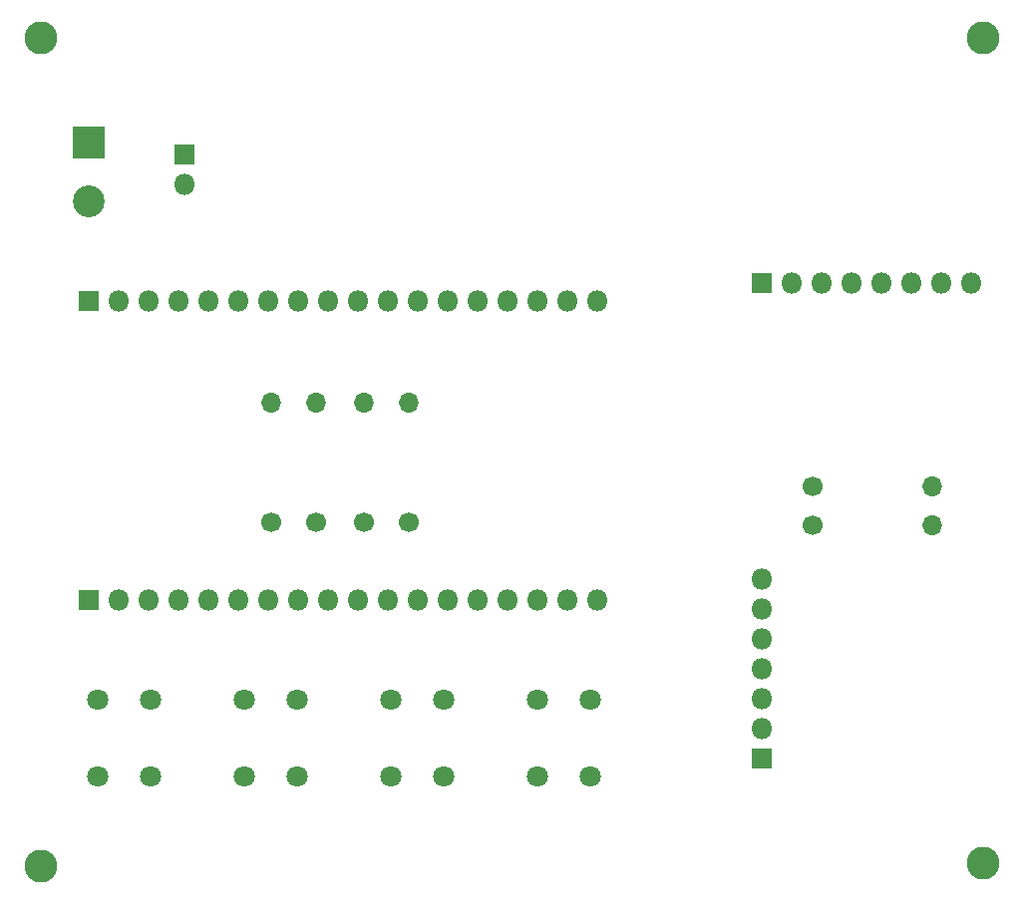
<source format=gbr>
%TF.GenerationSoftware,KiCad,Pcbnew,5.1.6-c6e7f7d~87~ubuntu18.04.1*%
%TF.CreationDate,2020-11-18T13:25:47-05:00*%
%TF.ProjectId,remote,72656d6f-7465-42e6-9b69-6361645f7063,rev?*%
%TF.SameCoordinates,Original*%
%TF.FileFunction,Soldermask,Top*%
%TF.FilePolarity,Negative*%
%FSLAX46Y46*%
G04 Gerber Fmt 4.6, Leading zero omitted, Abs format (unit mm)*
G04 Created by KiCad (PCBNEW 5.1.6-c6e7f7d~87~ubuntu18.04.1) date 2020-11-18 13:25:47*
%MOMM*%
%LPD*%
G01*
G04 APERTURE LIST*
%ADD10C,2.700000*%
%ADD11R,2.700000X2.700000*%
%ADD12C,1.700000*%
%ADD13O,1.700000X1.700000*%
%ADD14O,1.800000X1.800000*%
%ADD15R,1.800000X1.800000*%
%ADD16C,1.800000*%
%ADD17C,2.800000*%
G04 APERTURE END LIST*
D10*
%TO.C,J8*%
X76708000Y-77136000D03*
D11*
X76708000Y-72136000D03*
%TD*%
D12*
%TO.C,RS1*%
X96012000Y-104394000D03*
D13*
X96012000Y-94234000D03*
%TD*%
D14*
%TO.C,J2*%
X119888000Y-85598000D03*
X117348000Y-85598000D03*
X114808000Y-85598000D03*
X112268000Y-85598000D03*
X109728000Y-85598000D03*
X107188000Y-85598000D03*
X104648000Y-85598000D03*
X102108000Y-85598000D03*
X99568000Y-85598000D03*
X97028000Y-85598000D03*
X94488000Y-85598000D03*
X91948000Y-85598000D03*
X89408000Y-85598000D03*
X86868000Y-85598000D03*
X84328000Y-85598000D03*
X81788000Y-85598000D03*
X79248000Y-85598000D03*
D15*
X76708000Y-85598000D03*
%TD*%
D14*
%TO.C,J1*%
X119888000Y-110998000D03*
X117348000Y-110998000D03*
X114808000Y-110998000D03*
X112268000Y-110998000D03*
X109728000Y-110998000D03*
X107188000Y-110998000D03*
X104648000Y-110998000D03*
X102108000Y-110998000D03*
X99568000Y-110998000D03*
X97028000Y-110998000D03*
X94488000Y-110998000D03*
X91948000Y-110998000D03*
X89408000Y-110998000D03*
X86868000Y-110998000D03*
X84328000Y-110998000D03*
X81788000Y-110998000D03*
X79248000Y-110998000D03*
D15*
X76708000Y-110998000D03*
%TD*%
D12*
%TO.C,RS3*%
X103886000Y-104394000D03*
D13*
X103886000Y-94234000D03*
%TD*%
D14*
%TO.C,J5*%
X84836000Y-75692000D03*
D15*
X84836000Y-73152000D03*
%TD*%
D16*
%TO.C,SW0*%
X81970000Y-119484000D03*
X81970000Y-125984000D03*
X77470000Y-119484000D03*
X77470000Y-125984000D03*
%TD*%
%TO.C,SW1*%
X94416000Y-119484000D03*
X94416000Y-125984000D03*
X89916000Y-119484000D03*
X89916000Y-125984000D03*
%TD*%
%TO.C,SW3*%
X119308000Y-119484000D03*
X119308000Y-125984000D03*
X114808000Y-119484000D03*
X114808000Y-125984000D03*
%TD*%
%TO.C,SW2*%
X106862000Y-119484000D03*
X106862000Y-125984000D03*
X102362000Y-119484000D03*
X102362000Y-125984000D03*
%TD*%
D12*
%TO.C,RS0*%
X92202000Y-104394000D03*
D13*
X92202000Y-94234000D03*
%TD*%
D12*
%TO.C,RS2*%
X100076000Y-104394000D03*
D13*
X100076000Y-94234000D03*
%TD*%
D14*
%TO.C,J11*%
X151638000Y-84074000D03*
X149098000Y-84074000D03*
X146558000Y-84074000D03*
X144018000Y-84074000D03*
X141478000Y-84074000D03*
X138938000Y-84074000D03*
X136398000Y-84074000D03*
D15*
X133858000Y-84074000D03*
%TD*%
D14*
%TO.C,J9*%
X133858000Y-109220000D03*
X133858000Y-111760000D03*
X133858000Y-114300000D03*
X133858000Y-116840000D03*
X133858000Y-119380000D03*
X133858000Y-121920000D03*
D15*
X133858000Y-124460000D03*
%TD*%
D17*
%TO.C,H4*%
X152654000Y-133350000D03*
%TD*%
%TO.C,H3*%
X72644000Y-133604000D03*
%TD*%
%TO.C,H2*%
X152654000Y-63246000D03*
%TD*%
%TO.C,H1*%
X72644000Y-63246000D03*
%TD*%
D12*
%TO.C,R3*%
X138176000Y-101346000D03*
D13*
X148336000Y-101346000D03*
%TD*%
D12*
%TO.C,R2*%
X138176000Y-104648000D03*
D13*
X148336000Y-104648000D03*
%TD*%
M02*

</source>
